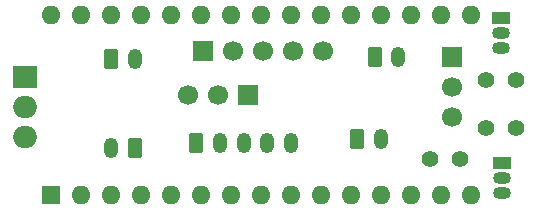
<source format=gbr>
%TF.GenerationSoftware,KiCad,Pcbnew,9.0.6*%
%TF.CreationDate,2026-02-19T20:59:12+01:00*%
%TF.ProjectId,TankIR_Breaker,54616e6b-4952-45f4-9272-65616b65722e,rev?*%
%TF.SameCoordinates,Original*%
%TF.FileFunction,Soldermask,Bot*%
%TF.FilePolarity,Negative*%
%FSLAX46Y46*%
G04 Gerber Fmt 4.6, Leading zero omitted, Abs format (unit mm)*
G04 Created by KiCad (PCBNEW 9.0.6) date 2026-02-19 20:59:12*
%MOMM*%
%LPD*%
G01*
G04 APERTURE LIST*
G04 Aperture macros list*
%AMRoundRect*
0 Rectangle with rounded corners*
0 $1 Rounding radius*
0 $2 $3 $4 $5 $6 $7 $8 $9 X,Y pos of 4 corners*
0 Add a 4 corners polygon primitive as box body*
4,1,4,$2,$3,$4,$5,$6,$7,$8,$9,$2,$3,0*
0 Add four circle primitives for the rounded corners*
1,1,$1+$1,$2,$3*
1,1,$1+$1,$4,$5*
1,1,$1+$1,$6,$7*
1,1,$1+$1,$8,$9*
0 Add four rect primitives between the rounded corners*
20,1,$1+$1,$2,$3,$4,$5,0*
20,1,$1+$1,$4,$5,$6,$7,0*
20,1,$1+$1,$6,$7,$8,$9,0*
20,1,$1+$1,$8,$9,$2,$3,0*%
G04 Aperture macros list end*
%ADD10O,1.600000X1.600000*%
%ADD11R,1.600000X1.600000*%
%ADD12C,1.400000*%
%ADD13RoundRect,0.250000X-0.350000X-0.625000X0.350000X-0.625000X0.350000X0.625000X-0.350000X0.625000X0*%
%ADD14O,1.200000X1.750000*%
%ADD15R,1.500000X1.050000*%
%ADD16O,1.500000X1.050000*%
%ADD17R,1.700000X1.700000*%
%ADD18C,1.700000*%
%ADD19RoundRect,0.250000X0.350000X0.625000X-0.350000X0.625000X-0.350000X-0.625000X0.350000X-0.625000X0*%
%ADD20R,2.000000X1.905000*%
%ADD21O,2.000000X1.905000*%
G04 APERTURE END LIST*
D10*
%TO.C,A1*%
X81520000Y-58280000D03*
X84060000Y-58280000D03*
X86600000Y-58280000D03*
X89140000Y-58280000D03*
X91680000Y-58280000D03*
X94220000Y-58280000D03*
X96760000Y-58280000D03*
X99300000Y-58280000D03*
X101840000Y-58280000D03*
X104380000Y-58280000D03*
X106920000Y-58280000D03*
X109460000Y-58280000D03*
X112000000Y-58280000D03*
X114540000Y-58280000D03*
X117080000Y-58280000D03*
X117080000Y-73520000D03*
X114540000Y-73520000D03*
X112000000Y-73520000D03*
X109460000Y-73520000D03*
X106920000Y-73520000D03*
X104380000Y-73520000D03*
X101840000Y-73520000D03*
X99300000Y-73520000D03*
X96760000Y-73520000D03*
X94220000Y-73520000D03*
X91680000Y-73520000D03*
X89140000Y-73520000D03*
X86600000Y-73520000D03*
X84060000Y-73520000D03*
D11*
X81520000Y-73520000D03*
%TD*%
D12*
%TO.C,R3*%
X116120000Y-70500000D03*
X113580000Y-70500000D03*
%TD*%
%TO.C,R2*%
X118280000Y-63800000D03*
X120820000Y-63800000D03*
%TD*%
%TO.C,R1*%
X118280000Y-67900000D03*
X120820000Y-67900000D03*
%TD*%
D13*
%TO.C,J2*%
X86600000Y-62050000D03*
D14*
X88600000Y-62050000D03*
%TD*%
D15*
%TO.C,Q2*%
X119600000Y-58560000D03*
D16*
X119600000Y-59830000D03*
X119600000Y-61100000D03*
%TD*%
D17*
%TO.C,J6*%
X94380000Y-61400000D03*
D18*
X96920000Y-61400000D03*
X99460000Y-61400000D03*
X102000000Y-61400000D03*
X104540000Y-61400000D03*
%TD*%
D13*
%TO.C,J7*%
X107400000Y-68850000D03*
D14*
X109400000Y-68850000D03*
%TD*%
D19*
%TO.C,J1*%
X88600000Y-69600000D03*
D14*
X86600000Y-69600000D03*
%TD*%
D13*
%TO.C,J5*%
X93800000Y-69150000D03*
D14*
X95800000Y-69150000D03*
X97800000Y-69150000D03*
X99800000Y-69150000D03*
X101800000Y-69150000D03*
%TD*%
D13*
%TO.C,J8*%
X108900000Y-61850000D03*
D14*
X110900000Y-61850000D03*
%TD*%
D15*
%TO.C,Q1*%
X119640000Y-70830000D03*
D16*
X119640000Y-72100000D03*
X119640000Y-73370000D03*
%TD*%
D17*
%TO.C,J3*%
X115400000Y-61860000D03*
D18*
X115400000Y-64400000D03*
X115400000Y-66940000D03*
%TD*%
D20*
%TO.C,U1*%
X79250000Y-63560000D03*
D21*
X79250000Y-66100000D03*
X79250000Y-68640000D03*
%TD*%
D17*
%TO.C,J4*%
X98140000Y-65100000D03*
D18*
X95600000Y-65100000D03*
X93060000Y-65100000D03*
%TD*%
M02*

</source>
